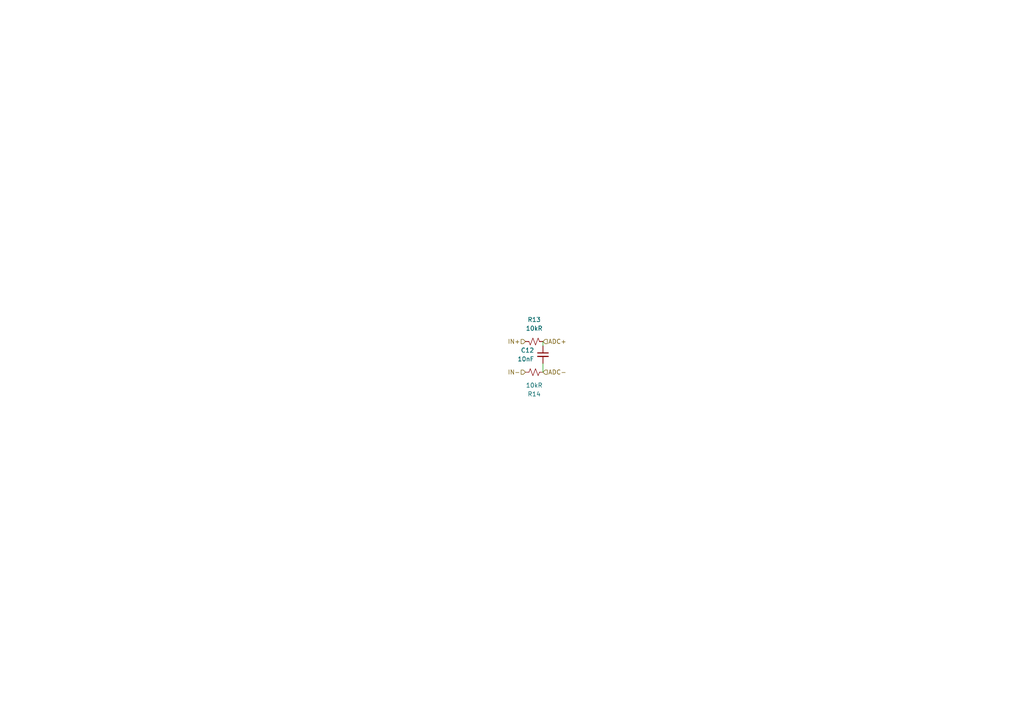
<source format=kicad_sch>
(kicad_sch (version 20231120) (generator "eeschema") (generator_version "8.0")
  (paper "A4")
  (lib_symbols
    (symbol "Device:C_Small" (pin_numbers hide) (pin_names (offset 0.254) hide)
      (property "Reference" "C" (at 0.254 1.778 0))
      (property "Value" "C_Small" (at 0.254 -2.032 0))
      (symbol "C_Small_0_1"
        (polyline (pts (xy -1.524 -0.508) (xy 1.524 -0.508)) (stroke (width 0.3302)))
        (polyline (pts (xy -1.524 0.508) (xy 1.524 0.508)) (stroke (width 0.3048)))
      )
      (symbol "C_Small_1_1"
        (pin passive line (at 0 2.54 270) (length 2.032) (name "~") (number "1"))
        (pin passive line (at 0 -2.54 90) (length 2.032) (name "~") (number "2"))
      )
    )
    (symbol "Device:R_Small_US" (pin_numbers hide) (pin_names (offset 0.254) hide)
      (property "Reference" "R" (at 0.762 0.508 0))
      (property "Value" "R_Small_US" (at 0.762 -1.016 0))
      (symbol "R_Small_US_1_1"
        (polyline (pts (xy 0 0) (xy 1.016 -0.381) (xy 0 -0.762) (xy -1.016 -1.143) (xy 0 -1.524)))
        (polyline (pts (xy 0 1.524) (xy 1.016 1.143) (xy 0 0.762) (xy -1.016 0.381) (xy 0 0)))
        (pin passive line (at 0 2.54 270) (length 1.016) (name "~") (number "1"))
        (pin passive line (at 0 -2.54 90) (length 1.016) (name "~") (number "2"))
      )
    )
  )
  (wire (pts (xy 157.48 99.06) (xy 157.48 100.33)))
  (wire (pts (xy 157.48 105.41) (xy 157.48 107.95)))
  (hierarchical_label "ADC+" (shape input) (at 157.48 99.06 0))
  (hierarchical_label "IN+" (shape input) (at 152.4 99.06 180))
  (hierarchical_label "IN-" (shape input) (at 152.4 107.95 180))
  (hierarchical_label "ADC-" (shape input) (at 157.48 107.95 0))
  (symbol (lib_id "Device:R_Small_US") (at 154.94 107.95 270) (unit 1)
    (property "Reference" "R14" (at 154.94 114.3 90))
    (property "Value" "10kR" (at 154.94 111.76 90))
    (property "Footprint" "Resistor_SMD:R_0603_1608Metric" (effects (hide yes)))
    (property "Description" "Resistor, small US symbol" (effects (hide yes)))
    (instances (project "ADS131M08_Arduino" (path "" (reference "R14") (unit 1)) (path "" (reference "R8") (unit 1)) (path "" (reference "R16") (unit 1)) (path "" (reference "R6") (unit 1)) (path "" (reference "R12") (unit 1)) (path "" (reference "R10") (unit 1)) (path "" (reference "R4") (unit 1)) (path "" (reference "R2") (unit 1))))
  )
  (symbol (lib_id "Device:C_Small") (at 157.48 102.87 0) (mirror y) (unit 1)
    (property "Reference" "C12" (at 154.94 101.6062 0) (effects (justify left)))
    (property "Value" "10nF" (at 154.94 104.1462 0) (effects (justify left)))
    (property "Footprint" "Capacitor_SMD:C_0603_1608Metric" (effects (hide yes)))
    (property "Description" "Unpolarized capacitor, small symbol" (effects (hide yes)))
    (instances (project "ADS131M08_Arduino" (path "" (reference "C12") (unit 1)) (path "" (reference "C9") (unit 1)) (path "" (reference "C13") (unit 1)) (path "" (reference "C8") (unit 1)) (path "" (reference "C11") (unit 1)) (path "" (reference "C10") (unit 1)) (path "" (reference "C7") (unit 1)) (path "" (reference "C6") (unit 1))))
  )
  (symbol (lib_id "Device:R_Small_US") (at 154.94 99.06 270) (mirror x) (unit 1)
    (property "Reference" "R13" (at 154.94 92.71 90))
    (property "Value" "10kR" (at 154.94 95.25 90))
    (property "Footprint" "Resistor_SMD:R_0603_1608Metric" (effects (hide yes)))
    (property "Description" "Resistor, small US symbol" (effects (hide yes)))
    (instances (project "ADS131M08_Arduino" (path "" (reference "R13") (unit 1)) (path "" (reference "R7") (unit 1)) (path "" (reference "R15") (unit 1)) (path "" (reference "R5") (unit 1)) (path "" (reference "R11") (unit 1)) (path "" (reference "R9") (unit 1)) (path "" (reference "R3") (unit 1)) (path "" (reference "R1") (unit 1))))
  )
)
</source>
